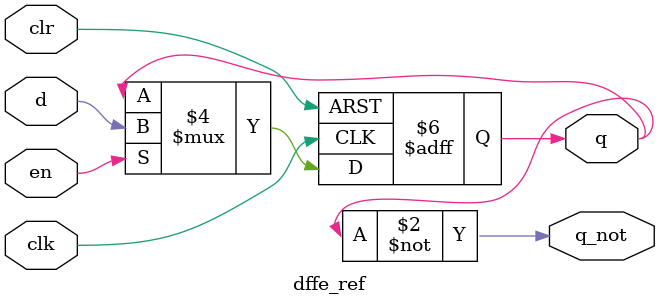
<source format=v>
module dffe_ref (q, q_not, d, clk, en, clr);
   
   //Inputs
   input d, clk, en, clr;
   
   //Internal wire
   wire clr;

   //Output
   output q, q_not;
   
   //Register
   reg q;

   //Intialize q to 0
   initial
   begin
       q = 1'b0;
   end

   //Set value of q on positive edge of the clock or clear
   always @(posedge clk or posedge clr) begin
       //If clear is high, set q to 0
       if (clr) begin
           q <= 1'b0;
       //If enable is high, set q to the value of d
       end else if (en) begin
           q <= d;
       end
   end

   not q_not(q_not, q);
endmodule
</source>
